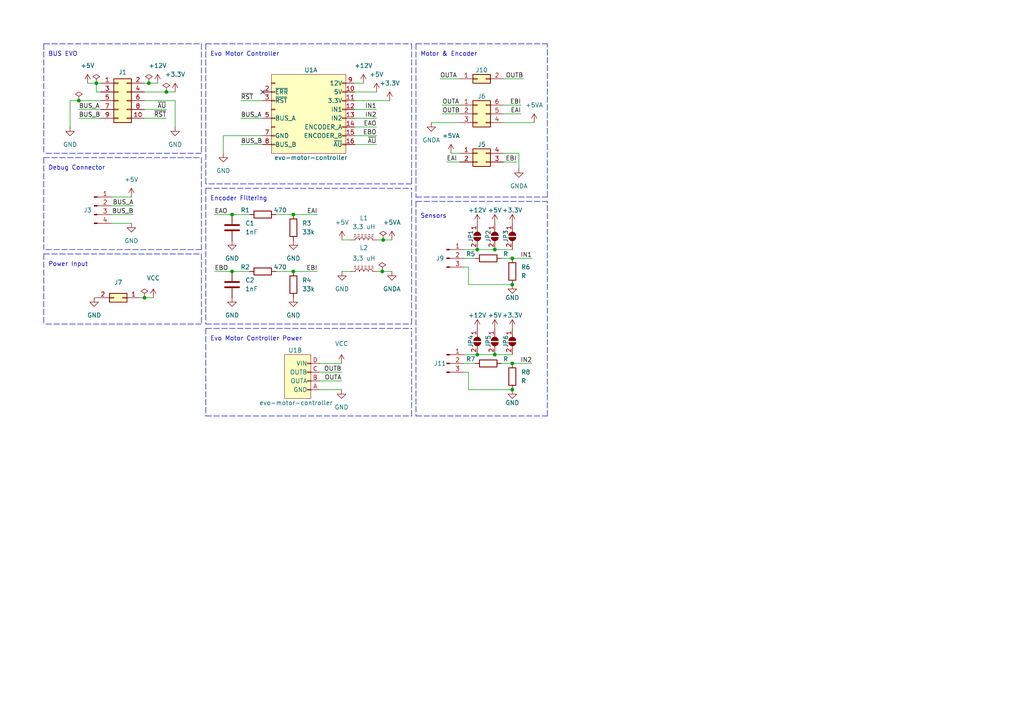
<source format=kicad_sch>
(kicad_sch (version 20211123) (generator eeschema)
  (paper "A4")
  (title_block (date "2023-03-15") (rev "V1.0"))
  (lib_symbols
    (symbol "ComponentsEvo:evo-motor-controller" (pin_names (offset 1.016))
      (property "Reference" "U" (at 0 15.24 0))
      (property "Value" "evo-motor-controller" (at 0 12.7 0))
      (symbol "evo-motor-controller_1_1"
        (rectangle (start -11.43 -8.763) (end -10.414 -9.017) (stroke (width 0.1524)))
        (rectangle (start -11.43 -6.223) (end -10.414 -6.477) (stroke (width 0.1524)))
        (rectangle (start -11.43 -3.683) (end -10.414 -3.937) (stroke (width 0.1524)))
        (rectangle (start -11.43 -1.143) (end -10.414 -1.397) (stroke (width 0.1524)))
        (rectangle (start -11.43 1.397) (end -10.414 1.143) (stroke (width 0.1524)))
        (rectangle (start -11.43 3.937) (end -10.414 3.683) (stroke (width 0.1524)))
        (rectangle (start -11.43 6.477) (end -10.414 6.223) (stroke (width 0.1524)))
        (rectangle (start -11.43 9.017) (end -10.414 8.763) (stroke (width 0.1524)))
        (rectangle (start -11.43 11.43) (end 10.16 -11.43) (stroke (width 0.127)) (fill (type background)))
        (rectangle (start 9.144 -8.763) (end 10.16 -9.017) (stroke (width 0.1524)))
        (rectangle (start 9.144 -6.223) (end 10.16 -6.477) (stroke (width 0.1524)))
        (rectangle (start 9.144 -3.683) (end 10.16 -3.937) (stroke (width 0.1524)))
        (rectangle (start 9.144 -1.143) (end 10.16 -1.397) (stroke (width 0.1524)))
        (rectangle (start 9.144 1.397) (end 10.16 1.143) (stroke (width 0.1524)))
        (rectangle (start 9.144 3.937) (end 10.16 3.683) (stroke (width 0.1524)))
        (rectangle (start 9.144 6.477) (end 10.16 6.223) (stroke (width 0.1524)))
        (rectangle (start 9.144 9.017) (end 10.16 8.763) (stroke (width 0.1524)))
        (pin no_connect line (at -13.97 8.89 0) (length 2.54) hide (name "") (number "1"))
        (pin power_in line (at 12.7 6.35 180) (length 2.54) (name "5V") (number "10"))
        (pin power_in line (at 12.7 3.81 180) (length 2.54) (name "3.3V") (number "11"))
        (pin input line (at 12.7 1.27 180) (length 2.54) (name "IN1") (number "12"))
        (pin input line (at 12.7 -1.27 180) (length 2.54) (name "IN2") (number "13"))
        (pin input line (at 12.7 -3.81 180) (length 2.54) (name "ENCODER_A") (number "14"))
        (pin input line (at 12.7 -6.35 180) (length 2.54) (name "ENCODER_B") (number "15"))
        (pin input line (at 12.7 -8.89 180) (length 2.54) (name "~{AU}") (number "16"))
        (pin output line (at -13.97 6.35 0) (length 2.54) (name "~{ERR}") (number "2"))
        (pin input line (at -13.97 3.81 0) (length 2.54) (name "~{RST}") (number "3"))
        (pin no_connect line (at -13.97 1.27 0) (length 2.54) hide (name "") (number "4"))
        (pin bidirectional line (at -13.97 -1.27 0) (length 2.54) (name "BUS_A") (number "5"))
        (pin no_connect line (at -13.97 -3.81 0) (length 2.54) hide (name "") (number "6"))
        (pin power_in line (at -13.97 -6.35 0) (length 2.54) (name "GND") (number "7"))
        (pin bidirectional line (at -13.97 -8.89 0) (length 2.54) (name "BUS_B") (number "8"))
        (pin power_in line (at 12.7 8.89 180) (length 2.54) (name "12V") (number "9"))
      )
      (symbol "evo-motor-controller_2_1"
        (rectangle (start -3.81 6.35) (end 3.81 -6.35) (stroke (width 0.127)) (fill (type background)))
        (rectangle (start 2.794 -3.683) (end 3.81 -3.937) (stroke (width 0.1524)))
        (rectangle (start 2.794 -1.143) (end 3.81 -1.397) (stroke (width 0.1524)))
        (rectangle (start 2.794 1.397) (end 3.81 1.143) (stroke (width 0.1524)))
        (rectangle (start 2.794 3.937) (end 3.81 3.683) (stroke (width 0.1524)))
        (pin power_in line (at 6.35 3.81 180) (length 2.54) (name "GND") (number "A"))
        (pin power_out line (at 6.35 1.27 180) (length 2.54) (name "OUTA") (number "B"))
        (pin power_out line (at 6.35 -1.27 180) (length 2.54) (name "OUTB") (number "C"))
        (pin power_in line (at 6.35 -3.81 180) (length 2.54) (name "VIN") (number "D"))
      )
    )
    (symbol "Connector:Conn_01x03_Male" (pin_names (offset 1.016) hide)
      (property "Reference" "J" (at 0 5.08 0))
      (property "Value" "Conn_01x03_Male" (at 0 -5.08 0))
      (symbol "Conn_01x03_Male_1_1"
        (polyline (pts (xy 1.27 -2.54) (xy 0.8636 -2.54)) (stroke (width 0.1524)))
        (polyline (pts (xy 1.27 0) (xy 0.8636 0)) (stroke (width 0.1524)))
        (polyline (pts (xy 1.27 2.54) (xy 0.8636 2.54)) (stroke (width 0.1524)))
        (rectangle (start 0.8636 -2.413) (end 0 -2.667) (stroke (width 0.1524)) (fill (type outline)))
        (rectangle (start 0.8636 0.127) (end 0 -0.127) (stroke (width 0.1524)) (fill (type outline)))
        (rectangle (start 0.8636 2.667) (end 0 2.413) (stroke (width 0.1524)) (fill (type outline)))
        (pin passive line (at 5.08 2.54 180) (length 3.81) (name "Pin_1") (number "1"))
        (pin passive line (at 5.08 0 180) (length 3.81) (name "Pin_2") (number "2"))
        (pin passive line (at 5.08 -2.54 180) (length 3.81) (name "Pin_3") (number "3"))
      )
    )
    (symbol "Connector:Conn_01x04_Male" (pin_names (offset 1.016) hide)
      (property "Reference" "J" (at 0 5.08 0))
      (property "Value" "Conn_01x04_Male" (at 0 -7.62 0))
      (symbol "Conn_01x04_Male_1_1"
        (polyline (pts (xy 1.27 -5.08) (xy 0.8636 -5.08)) (stroke (width 0.1524)))
        (polyline (pts (xy 1.27 -2.54) (xy 0.8636 -2.54)) (stroke (width 0.1524)))
        (polyline (pts (xy 1.27 0) (xy 0.8636 0)) (stroke (width 0.1524)))
        (polyline (pts (xy 1.27 2.54) (xy 0.8636 2.54)) (stroke (width 0.1524)))
        (rectangle (start 0.8636 -4.953) (end 0 -5.207) (stroke (width 0.1524)) (fill (type outline)))
        (rectangle (start 0.8636 -2.413) (end 0 -2.667) (stroke (width 0.1524)) (fill (type outline)))
        (rectangle (start 0.8636 0.127) (end 0 -0.127) (stroke (width 0.1524)) (fill (type outline)))
        (rectangle (start 0.8636 2.667) (end 0 2.413) (stroke (width 0.1524)) (fill (type outline)))
        (pin passive line (at 5.08 2.54 180) (length 3.81) (name "Pin_1") (number "1"))
        (pin passive line (at 5.08 0 180) (length 3.81) (name "Pin_2") (number "2"))
        (pin passive line (at 5.08 -2.54 180) (length 3.81) (name "Pin_3") (number "3"))
        (pin passive line (at 5.08 -5.08 180) (length 3.81) (name "Pin_4") (number "4"))
      )
    )
    (symbol "Connector_Generic:Conn_02x01" (pin_names (offset 1.016) hide)
      (property "Reference" "J" (at 1.27 2.54 0))
      (property "Value" "Conn_02x01" (at 1.27 -2.54 0))
      (symbol "Conn_02x01_1_1"
        (rectangle (start -1.27 0.127) (end 0 -0.127) (stroke (width 0.1524)))
        (rectangle (start -1.27 1.27) (end 3.81 -1.27) (stroke (width 0.254)) (fill (type background)))
        (rectangle (start 3.81 0.127) (end 2.54 -0.127) (stroke (width 0.1524)))
        (pin passive line (at -5.08 0 0) (length 3.81) (name "Pin_1") (number "1"))
        (pin passive line (at 7.62 0 180) (length 3.81) (name "Pin_2") (number "2"))
      )
    )
    (symbol "Connector_Generic:Conn_02x02_Counter_Clockwise" (pin_names (offset 1.016) hide)
      (property "Reference" "J" (at 1.27 2.54 0))
      (property "Value" "Conn_02x02_Counter_Clockwise" (at 1.27 -5.08 0))
      (symbol "Conn_02x02_Counter_Clockwise_1_1"
        (rectangle (start -1.27 -2.413) (end 0 -2.667) (stroke (width 0.1524)))
        (rectangle (start -1.27 0.127) (end 0 -0.127) (stroke (width 0.1524)))
        (rectangle (start -1.27 1.27) (end 3.81 -3.81) (stroke (width 0.254)) (fill (type background)))
        (rectangle (start 3.81 -2.413) (end 2.54 -2.667) (stroke (width 0.1524)))
        (rectangle (start 3.81 0.127) (end 2.54 -0.127) (stroke (width 0.1524)))
        (pin passive line (at -5.08 0 0) (length 3.81) (name "Pin_1") (number "1"))
        (pin passive line (at -5.08 -2.54 0) (length 3.81) (name "Pin_2") (number "2"))
        (pin passive line (at 7.62 -2.54 180) (length 3.81) (name "Pin_3") (number "3"))
        (pin passive line (at 7.62 0 180) (length 3.81) (name "Pin_4") (number "4"))
      )
    )
    (symbol "Connector_Generic:Conn_02x03_Counter_Clockwise" (pin_names (offset 1.016) hide)
      (property "Reference" "J" (at 1.27 5.08 0))
      (property "Value" "Conn_02x03_Counter_Clockwise" (at 1.27 -5.08 0))
      (symbol "Conn_02x03_Counter_Clockwise_1_1"
        (rectangle (start -1.27 -2.413) (end 0 -2.667) (stroke (width 0.1524)))
        (rectangle (start -1.27 0.127) (end 0 -0.127) (stroke (width 0.1524)))
        (rectangle (start -1.27 2.667) (end 0 2.413) (stroke (width 0.1524)))
        (rectangle (start -1.27 3.81) (end 3.81 -3.81) (stroke (width 0.254)) (fill (type background)))
        (rectangle (start 3.81 -2.413) (end 2.54 -2.667) (stroke (width 0.1524)))
        (rectangle (start 3.81 0.127) (end 2.54 -0.127) (stroke (width 0.1524)))
        (rectangle (start 3.81 2.667) (end 2.54 2.413) (stroke (width 0.1524)))
        (pin passive line (at -5.08 2.54 0) (length 3.81) (name "Pin_1") (number "1"))
        (pin passive line (at -5.08 0 0) (length 3.81) (name "Pin_2") (number "2"))
        (pin passive line (at -5.08 -2.54 0) (length 3.81) (name "Pin_3") (number "3"))
        (pin passive line (at 7.62 -2.54 180) (length 3.81) (name "Pin_4") (number "4"))
        (pin passive line (at 7.62 0 180) (length 3.81) (name "Pin_5") (number "5"))
        (pin passive line (at 7.62 2.54 180) (length 3.81) (name "Pin_6") (number "6"))
      )
    )
    (symbol "Connector_Generic:Conn_02x05_Odd_Even" (pin_names (offset 1.016) hide)
      (property "Reference" "J" (at 1.27 7.62 0))
      (property "Value" "Conn_02x05_Odd_Even" (at 1.27 -7.62 0))
      (symbol "Conn_02x05_Odd_Even_1_1"
        (rectangle (start -1.27 -4.953) (end 0 -5.207) (stroke (width 0.1524)))
        (rectangle (start -1.27 -2.413) (end 0 -2.667) (stroke (width 0.1524)))
        (rectangle (start -1.27 0.127) (end 0 -0.127) (stroke (width 0.1524)))
        (rectangle (start -1.27 2.667) (end 0 2.413) (stroke (width 0.1524)))
        (rectangle (start -1.27 5.207) (end 0 4.953) (stroke (width 0.1524)))
        (rectangle (start -1.27 6.35) (end 3.81 -6.35) (stroke (width 0.254)) (fill (type background)))
        (rectangle (start 3.81 -4.953) (end 2.54 -5.207) (stroke (width 0.1524)))
        (rectangle (start 3.81 -2.413) (end 2.54 -2.667) (stroke (width 0.1524)))
        (rectangle (start 3.81 0.127) (end 2.54 -0.127) (stroke (width 0.1524)))
        (rectangle (start 3.81 2.667) (end 2.54 2.413) (stroke (width 0.1524)))
        (rectangle (start 3.81 5.207) (end 2.54 4.953) (stroke (width 0.1524)))
        (pin passive line (at -5.08 5.08 0) (length 3.81) (name "Pin_1") (number "1"))
        (pin passive line (at 7.62 -5.08 180) (length 3.81) (name "Pin_10") (number "10"))
        (pin passive line (at 7.62 5.08 180) (length 3.81) (name "Pin_2") (number "2"))
        (pin passive line (at -5.08 2.54 0) (length 3.81) (name "Pin_3") (number "3"))
        (pin passive line (at 7.62 2.54 180) (length 3.81) (name "Pin_4") (number "4"))
        (pin passive line (at -5.08 0 0) (length 3.81) (name "Pin_5") (number "5"))
        (pin passive line (at 7.62 0 180) (length 3.81) (name "Pin_6") (number "6"))
        (pin passive line (at -5.08 -2.54 0) (length 3.81) (name "Pin_7") (number "7"))
        (pin passive line (at 7.62 -2.54 180) (length 3.81) (name "Pin_8") (number "8"))
        (pin passive line (at -5.08 -5.08 0) (length 3.81) (name "Pin_9") (number "9"))
      )
    )
    (symbol "Device:C" (pin_numbers hide) (pin_names (offset 0.254))
      (property "Reference" "C" (at 0.635 2.54 0))
      (property "Value" "C" (at 0.635 -2.54 0))
      (symbol "C_0_1"
        (polyline (pts (xy -2.032 -0.762) (xy 2.032 -0.762)) (stroke (width 0.508)))
        (polyline (pts (xy -2.032 0.762) (xy 2.032 0.762)) (stroke (width 0.508)))
      )
      (symbol "C_1_1"
        (pin passive line (at 0 3.81 270) (length 2.794) (name "~") (number "1"))
        (pin passive line (at 0 -3.81 90) (length 2.794) (name "~") (number "2"))
      )
    )
    (symbol "Device:L_Ferrite" (pin_numbers hide) (pin_names (offset 1.016) hide)
      (property "Reference" "L" (at -1.27 0 90))
      (property "Value" "L_Ferrite" (at 2.794 0 90))
      (symbol "L_Ferrite_0_1"
        (arc (start 0 -2.54) (mid 0.635 -1.905) (end 0 -1.27))
        (arc (start 0 -1.27) (mid 0.635 -0.635) (end 0 0))
        (polyline (pts (xy 1.016 -2.794) (xy 1.016 -2.286)))
        (polyline (pts (xy 1.016 -1.778) (xy 1.016 -1.27)))
        (polyline (pts (xy 1.016 -0.762) (xy 1.016 -0.254)))
        (polyline (pts (xy 1.016 0.254) (xy 1.016 0.762)))
        (polyline (pts (xy 1.016 1.27) (xy 1.016 1.778)))
        (polyline (pts (xy 1.016 2.286) (xy 1.016 2.794)))
        (polyline (pts (xy 1.524 -2.286) (xy 1.524 -2.794)))
        (polyline (pts (xy 1.524 -1.27) (xy 1.524 -1.778)))
        (polyline (pts (xy 1.524 -0.254) (xy 1.524 -0.762)))
        (polyline (pts (xy 1.524 0.762) (xy 1.524 0.254)))
        (polyline (pts (xy 1.524 1.778) (xy 1.524 1.27)))
        (polyline (pts (xy 1.524 2.794) (xy 1.524 2.286)))
        (arc (start 0 0) (mid 0.635 0.635) (end 0 1.27))
        (arc (start 0 1.27) (mid 0.635 1.905) (end 0 2.54))
      )
      (symbol "L_Ferrite_1_1"
        (pin passive line (at 0 3.81 270) (length 1.27) (name "1") (number "1"))
        (pin passive line (at 0 -3.81 90) (length 1.27) (name "2") (number "2"))
      )
    )
    (symbol "Device:R" (pin_numbers hide) (pin_names (offset 0))
      (property "Reference" "R" (at 2.032 0 90))
      (property "Value" "R" (at 0 0 90))
      (symbol "R_0_1"
        (rectangle (start -1.016 -2.54) (end 1.016 2.54) (stroke (width 0.254)))
      )
      (symbol "R_1_1"
        (pin passive line (at 0 3.81 270) (length 1.27) (name "~") (number "1"))
        (pin passive line (at 0 -3.81 90) (length 1.27) (name "~") (number "2"))
      )
    )
    (symbol "Jumper:SolderJumper_2_Open" (pin_names (offset 0) hide)
      (property "Reference" "JP" (at 0 2.032 0))
      (property "Value" "SolderJumper_2_Open" (at 0 -2.54 0))
      (symbol "SolderJumper_2_Open_0_1"
        (arc (start -0.254 1.016) (mid -1.27 0) (end -0.254 -1.016))
        (arc (start -0.254 1.016) (mid -1.27 0) (end -0.254 -1.016) (fill (type outline)))
        (polyline (pts (xy -0.254 1.016) (xy -0.254 -1.016)))
        (polyline (pts (xy 0.254 1.016) (xy 0.254 -1.016)))
        (arc (start 0.254 -1.016) (mid 1.27 0) (end 0.254 1.016))
        (arc (start 0.254 -1.016) (mid 1.27 0) (end 0.254 1.016) (fill (type outline)))
      )
      (symbol "SolderJumper_2_Open_1_1"
        (pin passive line (at -3.81 0 0) (length 2.54) (name "A") (number "1"))
        (pin passive line (at 3.81 0 180) (length 2.54) (name "B") (number "2"))
      )
    )
    (symbol "power:+12V" (power) (pin_names (offset 0))
      (property "Value" "+12V" (at 0 3.556 0))
      (symbol "+12V_0_1"
        (polyline (pts (xy -0.762 1.27) (xy 0 2.54)))
        (polyline (pts (xy 0 0) (xy 0 2.54)))
        (polyline (pts (xy 0 2.54) (xy 0.762 1.27)))
      )
      (symbol "+12V_1_1"
        (pin power_in line (at 0 0 90) (length 0) hide (name "+12V") (number "1"))
      )
    )
    (symbol "power:+3.3V" (power) (pin_names (offset 0))
      (property "Value" "+3.3V" (at 0 3.556 0))
      (symbol "+3.3V_0_1"
        (polyline (pts (xy -0.762 1.27) (xy 0 2.54)))
        (polyline (pts (xy 0 0) (xy 0 2.54)))
        (polyline (pts (xy 0 2.54) (xy 0.762 1.27)))
      )
      (symbol "+3.3V_1_1"
        (pin power_in line (at 0 0 90) (length 0) hide (name "+3.3V") (number "1"))
      )
    )
    (symbol "power:+5V" (power) (pin_names (offset 0))
      (property "Value" "+5V" (at 0 3.556 0))
      (symbol "+5V_0_1"
        (polyline (pts (xy -0.762 1.27) (xy 0 2.54)))
        (polyline (pts (xy 0 0) (xy 0 2.54)))
        (polyline (pts (xy 0 2.54) (xy 0.762 1.27)))
      )
      (symbol "+5V_1_1"
        (pin power_in line (at 0 0 90) (length 0) hide (name "+5V") (number "1"))
      )
    )
    (symbol "power:+5VA" (power) (pin_names (offset 0))
      (property "Value" "+5VA" (at 0 3.556 0))
      (symbol "+5VA_0_1"
        (polyline (pts (xy -0.762 1.27) (xy 0 2.54)))
        (polyline (pts (xy 0 0) (xy 0 2.54)))
        (polyline (pts (xy 0 2.54) (xy 0.762 1.27)))
      )
      (symbol "+5VA_1_1"
        (pin power_in line (at 0 0 90) (length 0) hide (name "+5VA") (number "1"))
      )
    )
    (symbol "power:GND" (power) (pin_names (offset 0))
      (property "Value" "GND" (at 0 -3.81 0))
      (symbol "GND_0_1"
        (polyline (pts (xy 0 0) (xy 0 -1.27) (xy 1.27 -1.27) (xy 0 -2.54) (xy -1.27 -1.27) (xy 0 -1.27)))
      )
      (symbol "GND_1_1"
        (pin power_in line (at 0 0 270) (length 0) hide (name "GND") (number "1"))
      )
    )
    (symbol "power:GNDA" (power) (pin_names (offset 0))
      (property "Value" "GNDA" (at 0 -3.81 0))
      (symbol "GNDA_0_1"
        (polyline (pts (xy 0 0) (xy 0 -1.27) (xy 1.27 -1.27) (xy 0 -2.54) (xy -1.27 -1.27) (xy 0 -1.27)))
      )
      (symbol "GNDA_1_1"
        (pin power_in line (at 0 0 270) (length 0) hide (name "GNDA") (number "1"))
      )
    )
    (symbol "power:PWR_FLAG" (power) (pin_numbers hide) (pin_names (offset 0) hide)
      (property "Value" "PWR_FLAG" (at 0 3.81 0))
      (symbol "PWR_FLAG_0_0"
        (pin power_out line (at 0 0 90) (length 0) (name "pwr") (number "1"))
      )
      (symbol "PWR_FLAG_0_1"
        (polyline (pts (xy 0 0) (xy 0 1.27) (xy -1.016 1.905) (xy 0 2.54) (xy 1.016 1.905) (xy 0 1.27)))
      )
    )
    (symbol "power:VCC" (power) (pin_names (offset 0))
      (property "Value" "VCC" (at 0 3.81 0))
      (symbol "VCC_0_1"
        (polyline (pts (xy -0.762 1.27) (xy 0 2.54)))
        (polyline (pts (xy 0 0) (xy 0 2.54)))
        (polyline (pts (xy 0 2.54) (xy 0.762 1.27)))
      )
      (symbol "VCC_1_1"
        (pin power_in line (at 0 0 90) (length 0) hide (name "VCC") (number "1"))
      )
    )
  )
  (junction (at 67.31 62.23))
  (junction (at 48.26 26.67))
  (junction (at 148.59 113.03))
  (junction (at 143.51 102.87))
  (junction (at 110.871 78.74))
  (junction (at 143.51 72.39))
  (junction (at 148.59 74.93))
  (junction (at 41.91 86.36))
  (junction (at 138.43 102.87))
  (junction (at 138.43 72.39))
  (junction (at 85.09 62.23))
  (junction (at 43.18 24.13))
  (junction (at 85.09 78.74))
  (junction (at 22.86 29.21))
  (junction (at 67.31 78.74))
  (junction (at 27.94 24.13))
  (junction (at 148.59 82.55))
  (junction (at 148.59 105.41))
  (junction (at 111.125 69.596))
  (no_connect (at 76.2 26.67))
  (wire (pts (xy 92.71 110.49) (xy 99.06 110.49)))
  (polyline (pts (xy 12.7 12.7) (xy 58.42 12.7)))
  (wire (pts (xy 43.18 24.13) (xy 45.72 24.13)))
  (polyline (pts (xy 12.7 45.72) (xy 58.42 45.72)))
  (wire (pts (xy 27.94 86.36) (xy 27.305 86.36)))
  (wire (pts (xy 67.31 62.23) (xy 72.39 62.23)))
  (wire (pts (xy 102.87 39.37) (xy 109.22 39.37)))
  (wire (pts (xy 102.87 24.13) (xy 105.41 24.13)))
  (wire (pts (xy 27.94 24.13) (xy 29.21 24.13)))
  (polyline (pts (xy 58.42 44.45) (xy 12.7 44.45)))
  (polyline (pts (xy 59.69 95.25) (xy 59.69 120.65)))
  (polyline (pts (xy 119.38 53.34) (xy 59.69 53.34)))
  (wire (pts (xy 85.09 62.23) (xy 92.075 62.23)))
  (wire (pts (xy 92.075 78.74) (xy 85.09 78.74)))
  (polyline (pts (xy 58.42 72.39) (xy 12.7 72.39)))
  (wire (pts (xy 148.59 74.93) (xy 154.305 74.93)))
  (polyline (pts (xy 12.7 73.66) (xy 12.7 93.98)))
  (wire (pts (xy 135.89 113.03) (xy 148.59 113.03)))
  (polyline (pts (xy 59.69 120.65) (xy 119.38 120.65)))
  (wire (pts (xy 29.21 29.21) (xy 22.86 29.21)))
  (wire (pts (xy 67.31 78.74) (xy 72.39 78.74)))
  (polyline (pts (xy 59.69 93.98) (xy 119.38 93.98)))
  (polyline (pts (xy 59.69 12.7) (xy 59.69 53.34)))
  (wire (pts (xy 128.27 33.02) (xy 133.35 33.02)))
  (wire (pts (xy 76.2 29.21) (xy 69.85 29.21)))
  (wire (pts (xy 125.095 35.56) (xy 133.35 35.56)))
  (wire (pts (xy 111.125 69.596) (xy 113.665 69.596)))
  (polyline (pts (xy 120.65 57.15) (xy 158.75 57.15)))
  (polyline (pts (xy 119.38 12.7) (xy 119.38 53.34)))
  (wire (pts (xy 145.415 74.93) (xy 148.59 74.93)))
  (wire (pts (xy 146.05 22.86) (xy 151.765 22.86)))
  (polyline (pts (xy 58.42 73.66) (xy 58.42 93.98)))
  (wire (pts (xy 146.05 35.56) (xy 154.94 35.56)))
  (polyline (pts (xy 120.65 12.7) (xy 120.65 57.15)))
  (wire (pts (xy 109.347 69.596) (xy 111.125 69.596)))
  (polyline (pts (xy 12.7 45.72) (xy 12.7 72.39)))
  (wire (pts (xy 32.385 57.15) (xy 38.1 57.15)))
  (wire (pts (xy 41.91 34.29) (xy 48.26 34.29)))
  (polyline (pts (xy 12.7 12.7) (xy 12.7 44.45)))
  (wire (pts (xy 32.385 59.69) (xy 38.735 59.69)))
  (wire (pts (xy 133.35 46.99) (xy 129.54 46.99)))
  (wire (pts (xy 110.871 78.74) (xy 113.665 78.74)))
  (wire (pts (xy 102.87 29.21) (xy 113.03 29.21)))
  (polyline (pts (xy 58.42 93.98) (xy 12.7 93.98)))
  (wire (pts (xy 62.23 78.74) (xy 67.31 78.74)))
  (polyline (pts (xy 58.42 12.7) (xy 58.42 44.45)))
  (wire (pts (xy 143.51 72.39) (xy 148.59 72.39)))
  (polyline (pts (xy 59.69 12.7) (xy 119.38 12.7)))
  (wire (pts (xy 22.86 29.21) (xy 20.32 29.21)))
  (wire (pts (xy 29.21 26.67) (xy 27.94 26.67)))
  (wire (pts (xy 134.62 77.47) (xy 135.89 77.47)))
  (wire (pts (xy 135.89 82.55) (xy 148.59 82.55)))
  (wire (pts (xy 109.347 78.74) (xy 110.871 78.74)))
  (wire (pts (xy 80.01 62.23) (xy 85.09 62.23)))
  (wire (pts (xy 134.62 74.93) (xy 137.795 74.93)))
  (wire (pts (xy 80.01 78.74) (xy 85.09 78.74)))
  (polyline (pts (xy 120.65 12.7) (xy 158.75 12.7)))
  (polyline (pts (xy 120.65 120.65) (xy 158.75 120.65)))
  (polyline (pts (xy 158.75 120.65) (xy 158.75 58.42)))
  (wire (pts (xy 134.62 102.87) (xy 138.43 102.87)))
  (wire (pts (xy 138.43 102.87) (xy 143.51 102.87)))
  (wire (pts (xy 109.22 31.75) (xy 102.87 31.75)))
  (wire (pts (xy 150.495 48.895) (xy 150.495 44.45)))
  (wire (pts (xy 128.27 30.48) (xy 133.35 30.48)))
  (wire (pts (xy 32.385 64.77) (xy 38.1 64.77)))
  (wire (pts (xy 22.86 31.75) (xy 29.21 31.75)))
  (wire (pts (xy 143.51 102.87) (xy 148.59 102.87)))
  (wire (pts (xy 135.89 107.95) (xy 135.89 113.03)))
  (wire (pts (xy 146.05 30.48) (xy 151.13 30.48)))
  (polyline (pts (xy 119.38 120.65) (xy 119.38 95.25)))
  (wire (pts (xy 41.91 26.67) (xy 48.26 26.67)))
  (wire (pts (xy 102.87 26.67) (xy 109.22 26.67)))
  (polyline (pts (xy 59.69 54.61) (xy 119.38 54.61)))
  (wire (pts (xy 134.62 72.39) (xy 138.43 72.39)))
  (wire (pts (xy 44.45 86.36) (xy 41.91 86.36)))
  (wire (pts (xy 138.43 72.39) (xy 143.51 72.39)))
  (wire (pts (xy 64.77 44.45) (xy 64.77 39.37)))
  (polyline (pts (xy 120.65 58.42) (xy 158.75 58.42)))
  (wire (pts (xy 41.91 24.13) (xy 43.18 24.13)))
  (wire (pts (xy 102.87 41.91) (xy 109.22 41.91)))
  (polyline (pts (xy 119.38 93.98) (xy 119.38 54.61)))
  (wire (pts (xy 146.05 44.45) (xy 150.495 44.45)))
  (wire (pts (xy 41.91 29.21) (xy 50.8 29.21)))
  (wire (pts (xy 146.05 46.99) (xy 149.86 46.99)))
  (polyline (pts (xy 58.42 45.72) (xy 58.42 72.39)))
  (wire (pts (xy 102.87 36.83) (xy 109.22 36.83)))
  (wire (pts (xy 50.8 29.21) (xy 50.8 36.83)))
  (polyline (pts (xy 59.69 54.61) (xy 59.69 93.98)))
  (wire (pts (xy 133.35 22.86) (xy 127.635 22.86)))
  (polyline (pts (xy 12.7 73.66) (xy 58.42 73.66)))
  (wire (pts (xy 92.71 107.95) (xy 99.06 107.95)))
  (wire (pts (xy 145.415 105.41) (xy 148.59 105.41)))
  (wire (pts (xy 64.77 39.37) (xy 76.2 39.37)))
  (wire (pts (xy 134.62 107.95) (xy 135.89 107.95)))
  (wire (pts (xy 92.71 105.41) (xy 99.06 105.41)))
  (wire (pts (xy 146.05 33.02) (xy 151.13 33.02)))
  (wire (pts (xy 62.23 62.23) (xy 67.31 62.23)))
  (wire (pts (xy 27.94 26.67) (xy 27.94 24.13)))
  (wire (pts (xy 20.32 29.21) (xy 20.32 36.83)))
  (wire (pts (xy 99.187 78.74) (xy 101.727 78.74)))
  (wire (pts (xy 134.62 105.41) (xy 137.795 105.41)))
  (wire (pts (xy 148.59 105.41) (xy 154.305 105.41)))
  (wire (pts (xy 32.385 62.23) (xy 38.735 62.23)))
  (wire (pts (xy 92.71 113.03) (xy 99.06 113.03)))
  (polyline (pts (xy 120.65 58.42) (xy 120.65 120.65)))
  (wire (pts (xy 99.187 69.596) (xy 101.727 69.596)))
  (polyline (pts (xy 158.75 57.15) (xy 158.75 12.7)))
  (wire (pts (xy 41.91 86.36) (xy 40.64 86.36)))
  (wire (pts (xy 69.85 34.29) (xy 76.2 34.29)))
  (wire (pts (xy 135.89 77.47) (xy 135.89 82.55)))
  (wire (pts (xy 69.85 41.91) (xy 76.2 41.91)))
  (polyline (pts (xy 59.69 95.25) (xy 119.38 95.25)))
  (wire (pts (xy 25.4 24.13) (xy 27.94 24.13)))
  (wire (pts (xy 48.26 26.67) (xy 50.8 26.67)))
  (wire (pts (xy 22.86 34.29) (xy 29.21 34.29)))
  (wire (pts (xy 130.81 44.45) (xy 133.35 44.45)))
  (wire (pts (xy 41.91 31.75) (xy 48.26 31.75)))
  (wire (pts (xy 102.87 34.29) (xy 109.22 34.29)))
  (text "Evo Motor Controller" (at 60.96 16.51 0) (effects (font (size 1.27 1.27)) (justify left bottom)))
  (text "Encoder Filtering" (at 60.96 58.42 0) (effects (font (size 1.27 1.27)) (justify left bottom)))
  (text "Evo Motor Controller Power" (at 60.96 99.06 0) (effects (font (size 1.27 1.27)) (justify left bottom)))
  (text "Power Input" (at 13.97 77.47 0) (effects (font (size 1.27 1.27)) (justify left bottom)))
  (text "Motor & Encoder" (at 121.92 16.51 0) (effects (font (size 1.27 1.27)) (justify left bottom)))
  (text "BUS EVO" (at 13.97 16.51 0) (effects (font (size 1.27 1.27)) (justify left bottom)))
  (text "Debug Connector" (at 13.97 49.53 0) (effects (font (size 1.27 1.27)) (justify left bottom)))
  (text "Sensors" (at 121.92 63.5 0) (effects (font (size 1.27 1.27)) (justify left bottom)))
  (label "OUTA" (at 127.635 22.86 0))
  (label "BUS_A" (at 22.86 31.75 0))
  (label "OUTA" (at 99.06 110.49 180))
  (label "OUTB" (at 99.06 107.95 180))
  (label "OUTB" (at 128.27 33.02 0))
  (label "BUS_A" (at 38.735 59.69 180))
  (label "EBI" (at 151.13 30.48 180))
  (label "IN1" (at 109.22 31.75 180))
  (label "EAO" (at 109.22 36.83 180))
  (label "EBI" (at 149.86 46.99 180))
  (label "BUS_B" (at 69.85 41.91 0))
  (label "IN2" (at 109.22 34.29 180))
  (label "~{AU}" (at 109.22 41.91 180))
  (label "IN1" (at 154.305 74.93 180))
  (label "EBO" (at 62.23 78.74 0))
  (label "EBO" (at 109.22 39.37 180))
  (label "OUTA" (at 128.27 30.48 0))
  (label "BUS_B" (at 38.735 62.23 180))
  (label "~{AU}" (at 48.26 31.75 180))
  (label "EAI" (at 151.13 33.02 180))
  (label "EBI" (at 92.075 78.74 180))
  (label "EAI" (at 129.54 46.99 0))
  (label "EAI" (at 92.075 62.23 180))
  (label "OUTB" (at 151.765 22.86 180))
  (label "~{RST}" (at 48.26 34.29 180))
  (label "EAO" (at 62.23 62.23 0))
  (label "IN2" (at 154.305 105.41 180))
  (label "~{RST}" (at 69.85 29.21 0))
  (label "BUS_B" (at 22.86 34.29 0))
  (label "BUS_A" (at 69.85 34.29 0))
  (symbol (lib_id "power:+5V") (at 143.51 95.25 0) (unit 1)
    (property "Reference" "#PWR042" (effects hide))
    (property "Value" "+5V" (at 143.51 91.44 0))
  )
  (symbol (lib_id "power:+5V") (at 25.4 24.13 0) (unit 1)
    (property "Reference" "#PWR03" (effects hide))
    (property "Value" "+5V" (at 25.4 19.05 0))
  )
  (symbol (lib_id "power:GND") (at 38.1 64.77 0) (unit 1)
    (property "Reference" "#PWR012" (effects hide))
    (property "Value" "GND" (at 38.1 69.85 0))
  )
  (symbol (lib_id "Connector:Conn_01x04_Male") (at 27.305 59.69 0) (unit 1)
    (property "Reference" "J3" (at 25.4 60.96 0))
    (property "Value" "Conn_01x04_Male" (effects hide))
    (property "Footprint" "ConnectorsEvo:B04B-PASK" (effects hide))
  )
  (symbol (lib_id "power:GND") (at 148.59 113.03 0) (unit 1)
    (property "Reference" "#PWR044" (effects hide))
    (property "Value" "GND" (at 148.59 116.84 0))
  )
  (symbol (lib_id "Device:R") (at 141.605 74.93 90) (unit 1)
    (property "Reference" "R5" (at 136.525 73.66 90))
    (property "Value" "R" (at 146.685 73.66 90))
    (property "Footprint" "Resistor_SMD:R_0603_1608Metric" (effects hide))
  )
  (symbol (lib_id "Device:L_Ferrite") (at 105.537 69.596 90) (unit 1)
    (property "Reference" "L1" (at 105.537 63.246 90))
    (property "Value" "3.3 uH" (at 105.537 65.786 90))
    (property "Footprint" "Inductor_SMD:L_0603_1608Metric" (effects hide))
  )
  (symbol (lib_id "Device:C") (at 67.31 66.04 0) (unit 1)
    (property "Reference" "C1" (at 71.12 64.7699 0) (effects (justify left)))
    (property "Value" "1nF" (at 71.12 67.3099 0) (effects (justify left)))
    (property "Footprint" "Capacitor_SMD:C_0603_1608Metric" (effects hide))
  )
  (symbol (lib_id "power:+12V") (at 45.72 24.13 0) (unit 1)
    (property "Reference" "#PWR05" (effects hide))
    (property "Value" "+12V" (at 45.72 19.05 0))
  )
  (symbol (lib_id "power:+12V") (at 138.43 95.25 0) (unit 1)
    (property "Reference" "#PWR041" (effects hide))
    (property "Value" "+12V" (at 138.43 91.44 0))
  )
  (symbol (lib_id "power:+3.3V") (at 50.8 26.67 0) (unit 1)
    (property "Reference" "#PWR07" (effects hide))
    (property "Value" "+3.3V" (at 50.8 21.59 0))
  )
  (symbol (lib_id "Device:C") (at 67.31 82.55 0) (unit 1)
    (property "Reference" "C2" (at 71.12 81.2799 0) (effects (justify left)))
    (property "Value" "1nF" (at 71.12 83.8199 0) (effects (justify left)))
    (property "Footprint" "Capacitor_SMD:C_0603_1608Metric" (effects hide))
  )
  (symbol (lib_id "Jumper:SolderJumper_2_Open") (at 138.43 99.06 270) (unit 1)
    (property "Reference" "JP4" (at 136.525 97.155 0) (effects (justify left)))
    (property "Value" "SolderJumper_2_Open" (effects hide))
    (property "Footprint" "Jumper:SolderJumper-2_P1.3mm_Open_TrianglePad1.0x1.5mm" (effects hide))
  )
  (symbol (lib_id "Device:R") (at 76.2 78.74 90) (unit 1)
    (property "Reference" "R2" (at 71.12 77.47 90))
    (property "Value" "470" (at 81.28 77.47 90))
    (property "Footprint" "Resistor_SMD:R_0603_1608Metric" (effects hide))
  )
  (symbol (lib_id "power:+5V") (at 143.51 64.77 0) (unit 1)
    (property "Reference" "#PWR038" (effects hide))
    (property "Value" "+5V" (at 143.51 60.96 0))
  )
  (symbol (lib_id "Device:R") (at 148.59 78.74 0) (unit 1)
    (property "Reference" "R6" (at 151.13 77.4699 0) (effects (justify left)))
    (property "Value" "R" (at 151.13 80.0099 0) (effects (justify left)))
    (property "Footprint" "Resistor_SMD:R_0603_1608Metric" (effects hide))
  )
  (symbol (lib_id "Device:R") (at 76.2 62.23 90) (unit 1)
    (property "Reference" "R1" (at 71.12 60.96 90))
    (property "Value" "470" (at 81.28 60.96 90))
    (property "Footprint" "Resistor_SMD:R_0603_1608Metric" (effects hide))
  )
  (symbol (lib_id "power:GND") (at 148.59 82.55 0) (unit 1)
    (property "Reference" "#PWR040" (effects hide))
    (property "Value" "GND" (at 148.59 86.36 0))
  )
  (symbol (lib_id "Connector:Conn_01x03_Male") (at 129.54 105.41 0) (unit 1)
    (property "Reference" "J11" (at 127.635 105.41 0))
    (property "Value" "Conn_01x03_Male" (effects hide))
    (property "Footprint" "ConnectorsEvo:B03B-PASK" (effects hide))
  )
  (symbol (lib_id "power:GND") (at 99.06 113.03 0) (unit 1)
    (property "Reference" "#PWR030" (effects hide))
    (property "Value" "GND" (at 99.06 118.11 0))
  )
  (symbol (lib_id "power:+12V") (at 138.43 64.77 0) (unit 1)
    (property "Reference" "#PWR035" (effects hide))
    (property "Value" "+12V" (at 138.43 60.96 0))
  )
  (symbol (lib_id "Device:L_Ferrite") (at 105.537 78.74 90) (unit 1)
    (property "Reference" "L2" (at 105.537 71.882 90))
    (property "Value" "3.3 uH" (at 105.537 74.93 90))
    (property "Footprint" "Inductor_SMD:L_0603_1608Metric" (effects hide))
  )
  (symbol (lib_id "Device:R") (at 148.59 109.22 0) (unit 1)
    (property "Reference" "R8" (at 151.13 107.9499 0) (effects (justify left)))
    (property "Value" "R" (at 151.13 110.4899 0) (effects (justify left)))
    (property "Footprint" "Resistor_SMD:R_0603_1608Metric" (effects hide))
  )
  (symbol (lib_id "power:PWR_FLAG") (at 43.18 24.13 0) (unit 1)
    (property "Reference" "#FLG04" (effects hide))
    (property "Value" "PWR_FLAG" (effects hide))
  )
  (symbol (lib_id "power:PWR_FLAG") (at 48.26 26.67 0) (unit 1)
    (property "Reference" "#FLG06" (effects hide))
    (property "Value" "PWR_FLAG" (effects hide))
  )
  (symbol (lib_id "Device:R") (at 141.605 105.41 90) (unit 1)
    (property "Reference" "R7" (at 136.525 104.14 90))
    (property "Value" "R" (at 146.685 104.14 90))
    (property "Footprint" "Resistor_SMD:R_0603_1608Metric" (effects hide))
  )
  (symbol (lib_id "Connector_Generic:Conn_02x01") (at 138.43 22.86 0) (unit 1)
    (property "Reference" "J10" (at 139.7 20.32 0))
    (property "Value" "Conn_02x01" (effects hide))
    (property "Footprint" "ConnectorsEvo:649002227222" (effects hide))
  )
  (symbol (lib_id "Device:R") (at 85.09 82.55 0) (unit 1)
    (property "Reference" "R4" (at 87.63 81.2799 0) (effects (justify left)))
    (property "Value" "33k" (at 87.63 83.8199 0) (effects (justify left)))
    (property "Footprint" "Resistor_SMD:R_0603_1608Metric" (effects hide))
  )
  (symbol (lib_id "Connector:Conn_01x03_Male") (at 129.54 74.93 0) (unit 1)
    (property "Reference" "J9" (at 127.635 74.93 0))
    (property "Value" "Conn_01x03_Male" (effects hide))
    (property "Footprint" "ConnectorsEvo:B03B-PASK" (effects hide))
  )
  (symbol (lib_id "Jumper:SolderJumper_2_Open") (at 138.43 68.58 270) (unit 1)
    (property "Reference" "JP1" (at 136.525 66.675 0) (effects (justify left)))
    (property "Value" "SolderJumper_2_Open" (effects hide))
    (property "Footprint" "Jumper:SolderJumper-2_P1.3mm_Open_TrianglePad1.0x1.5mm" (effects hide))
  )
  (symbol (lib_id "power:GND") (at 67.31 69.85 0) (unit 1)
    (property "Reference" "#PWR033" (effects hide))
    (property "Value" "GND" (at 67.31 74.93 0))
  )
  (symbol (lib_id "power:GND") (at 50.8 36.83 0) (unit 1)
    (property "Reference" "#PWR08" (effects hide))
    (property "Value" "GND" (at 50.8 41.91 0))
  )
  (symbol (lib_id "power:PWR_FLAG") (at 27.94 24.13 0) (unit 1)
    (property "Reference" "#FLG02" (effects hide))
    (property "Value" "PWR_FLAG" (effects hide))
  )
  (symbol (lib_id "Connector_Generic:Conn_02x02_Counter_Clockwise") (at 138.43 44.45 0) (unit 1)
    (property "Reference" "J5" (at 139.7 41.91 0))
    (property "Value" "Conn_02x02_Counter_Clockwise" (effects hide))
    (property "Footprint" "ConnectorsEvo:66200621022" (effects hide))
  )
  (symbol (lib_id "Jumper:SolderJumper_2_Open") (at 143.51 99.06 270) (unit 1)
    (property "Reference" "JP5" (at 141.605 97.155 0) (effects (justify left)))
    (property "Value" "SolderJumper_2_Open" (effects hide))
    (property "Footprint" "Jumper:SolderJumper-2_P1.3mm_Open_TrianglePad1.0x1.5mm" (effects hide))
  )
  (symbol (lib_id "power:GND") (at 67.31 86.36 0) (unit 1)
    (property "Reference" "#PWR034" (effects hide))
    (property "Value" "GND" (at 67.31 91.44 0))
  )
  (symbol (lib_id "power:GNDA") (at 150.495 48.895 0) (unit 1)
    (property "Reference" "#PWR025" (effects hide))
    (property "Value" "GNDA" (at 150.495 53.975 0))
  )
  (symbol (lib_id "Connector_Generic:Conn_02x03_Counter_Clockwise") (at 138.43 33.02 0) (unit 1)
    (property "Reference" "J6" (at 139.7 27.94 0))
    (property "Value" "Conn_02x03_Counter_Clockwise" (effects hide))
    (property "Footprint" "ConnectorsEvo:66200621022" (effects hide))
  )
  (symbol (lib_id "power:+3.3V") (at 148.59 64.77 0) (unit 1)
    (property "Reference" "#PWR039" (effects hide))
    (property "Value" "+3.3V" (at 148.59 60.96 0))
  )
  (symbol (lib_id "Connector_Generic:Conn_02x01") (at 35.56 86.36 0) (mirror y) (unit 1)
    (property "Reference" "J7" (at 34.29 81.915 0))
    (property "Value" "Conn_02x01" (effects hide))
    (property "Footprint" "ConnectorsEvo:649002227222" (effects hide))
  )
  (symbol (lib_id "power:PWR_FLAG") (at 111.125 69.596 0) (unit 1)
    (property "Reference" "#FLG010" (effects hide))
    (property "Value" "PWR_FLAG" (effects hide))
  )
  (symbol (lib_id "power:GNDA") (at 125.095 35.56 0) (unit 1)
    (property "Reference" "#PWR017" (effects hide))
    (property "Value" "GNDA" (at 125.095 40.64 0))
  )
  (symbol (lib_id "Jumper:SolderJumper_2_Open") (at 148.59 99.06 270) (unit 1)
    (property "Reference" "JP6" (at 146.685 97.155 0) (effects (justify left)))
    (property "Value" "SolderJumper_2_Open" (effects hide))
    (property "Footprint" "Jumper:SolderJumper-2_P1.3mm_Open_TrianglePad1.0x1.5mm" (effects hide))
  )
  (symbol (lib_id "power:+5V") (at 38.1 57.15 0) (unit 1)
    (property "Reference" "#PWR011" (effects hide))
    (property "Value" "+5V" (at 38.1 52.07 0))
  )
  (symbol (lib_id "power:+5V") (at 109.22 26.67 0) (unit 1)
    (property "Reference" "#PWR018" (effects hide))
    (property "Value" "+5V" (at 109.22 21.59 0))
  )
  (symbol (lib_id "power:+5VA") (at 130.81 44.45 0) (unit 1)
    (property "Reference" "#PWR020" (effects hide))
    (property "Value" "+5VA" (at 130.81 39.37 0))
  )
  (symbol (lib_id "Device:R") (at 85.09 66.04 0) (unit 1)
    (property "Reference" "R3" (at 87.63 64.7699 0) (effects (justify left)))
    (property "Value" "33k" (at 87.63 67.3099 0) (effects (justify left)))
    (property "Footprint" "Resistor_SMD:R_0603_1608Metric" (effects hide))
  )
  (symbol (lib_id "power:GND") (at 85.09 86.36 0) (unit 1)
    (property "Reference" "#PWR037" (effects hide))
    (property "Value" "GND" (at 85.09 91.44 0))
  )
  (symbol (lib_id "power:GND") (at 20.32 36.83 0) (unit 1)
    (property "Reference" "#PWR01" (effects hide))
    (property "Value" "GND" (at 20.32 41.91 0))
  )
  (symbol (lib_id "power:GND") (at 64.77 44.45 0) (unit 1)
    (property "Reference" "#PWR015" (effects hide))
    (property "Value" "GND" (at 64.77 49.53 0))
  )
  (symbol (lib_id "Jumper:SolderJumper_2_Open") (at 143.51 68.58 270) (unit 1)
    (property "Reference" "JP2" (at 141.605 66.675 0) (effects (justify left)))
    (property "Value" "SolderJumper_2_Open" (effects hide))
    (property "Footprint" "Jumper:SolderJumper-2_P1.3mm_Open_TrianglePad1.0x1.5mm" (effects hide))
  )
  (symbol (lib_id "ComponentsEvo:evo-motor-controller") (at 86.36 109.22 0) (mirror x) (unit 2)
    (property "Reference" "U1" (at 87.63 101.6 0) (effects (justify right)))
    (property "Value" "evo-motor-controller" (at 96.52 116.84 0) (effects (justify right)))
    (property "Footprint" "ComponentsEvo:evo-motor-controller" (effects hide))
  )
  (symbol (lib_id "power:PWR_FLAG") (at 41.91 86.36 0) (mirror y) (unit 1)
    (property "Reference" "#FLG08" (effects hide))
    (property "Value" "PWR_FLAG" (effects hide))
  )
  (symbol (lib_id "power:VCC") (at 99.06 105.41 0) (unit 1)
    (property "Reference" "#PWR029" (effects hide))
    (property "Value" "VCC" (at 99.06 99.695 0))
  )
  (symbol (lib_id "power:+5VA") (at 113.665 69.596 0) (unit 1)
    (property "Reference" "#PWR026" (effects hide))
    (property "Value" "+5VA" (at 113.665 64.516 0))
  )
  (symbol (lib_id "power:+5V") (at 99.187 69.596 0) (unit 1)
    (property "Reference" "#PWR021" (effects hide))
    (property "Value" "+5V" (at 99.187 64.516 0))
  )
  (symbol (lib_id "power:+5VA") (at 154.94 35.56 0) (unit 1)
    (property "Reference" "#PWR028" (effects hide))
    (property "Value" "+5VA" (at 154.94 30.48 0))
  )
  (symbol (lib_id "power:+3.3V") (at 148.59 95.25 0) (unit 1)
    (property "Reference" "#PWR043" (effects hide))
    (property "Value" "+3.3V" (at 148.59 91.44 0))
  )
  (symbol (lib_id "power:+12V") (at 105.41 24.13 0) (unit 1)
    (property "Reference" "#PWR016" (effects hide))
    (property "Value" "+12V" (at 105.41 19.05 0))
  )
  (symbol (lib_id "ComponentsEvo:evo-motor-controller") (at 90.17 33.02 0) (unit 1)
    (property "Reference" "U1" (at 90.17 20.32 0))
    (property "Value" "evo-motor-controller" (at 90.17 45.72 0))
    (property "Footprint" "ComponentsEvo:evo-motor-controller" (effects hide))
  )
  (symbol (lib_id "power:GND") (at 99.187 78.74 0) (unit 1)
    (property "Reference" "#PWR022" (effects hide))
    (property "Value" "GND" (at 99.187 83.82 0))
  )
  (symbol (lib_id "power:+3.3V") (at 113.03 29.21 0) (unit 1)
    (property "Reference" "#PWR019" (effects hide))
    (property "Value" "+3.3V" (at 113.03 24.13 0))
  )
  (symbol (lib_id "power:VCC") (at 44.45 86.36 0) (mirror y) (unit 1)
    (property "Reference" "#PWR023" (effects hide))
    (property "Value" "VCC" (at 44.45 80.645 0))
  )
  (symbol (lib_id "power:GND") (at 27.305 86.36 0) (mirror y) (unit 1)
    (property "Reference" "#PWR031" (effects hide))
    (property "Value" "GND" (at 27.305 91.44 0))
  )
  (symbol (lib_id "Jumper:SolderJumper_2_Open") (at 148.59 68.58 270) (unit 1)
    (property "Reference" "JP3" (at 146.685 66.675 0) (effects (justify left)))
    (property "Value" "SolderJumper_2_Open" (effects hide))
    (property "Footprint" "Jumper:SolderJumper-2_P1.3mm_Open_TrianglePad1.0x1.5mm" (effects hide))
  )
  (symbol (lib_id "Connector_Generic:Conn_02x05_Odd_Even") (at 34.29 29.21 0) (unit 1)
    (property "Reference" "J1" (at 35.56 20.955 0))
    (property "Value" "Conn_02x05_Odd_Even" (effects hide))
    (property "Footprint" "ConnectorsEvo:690367281076" (effects hide))
  )
  (symbol (lib_id "power:PWR_FLAG") (at 22.86 29.21 0) (unit 1)
    (property "Reference" "#FLG01" (effects hide))
    (property "Value" "PWR_FLAG" (effects hide))
  )
  (symbol (lib_id "power:PWR_FLAG") (at 110.871 78.74 0) (unit 1)
    (property "Reference" "#FLG09" (effects hide))
    (property "Value" "PWR_FLAG" (effects hide))
  )
  (symbol (lib_id "power:GND") (at 85.09 69.85 0) (unit 1)
    (property "Reference" "#PWR036" (effects hide))
    (property "Value" "GND" (at 85.09 74.93 0))
  )
  (symbol (lib_id "power:GNDA") (at 113.665 78.74 0) (unit 1)
    (property "Reference" "#PWR027" (effects hide))
    (property "Value" "GNDA" (at 113.665 83.82 0))
  )
)
</source>
